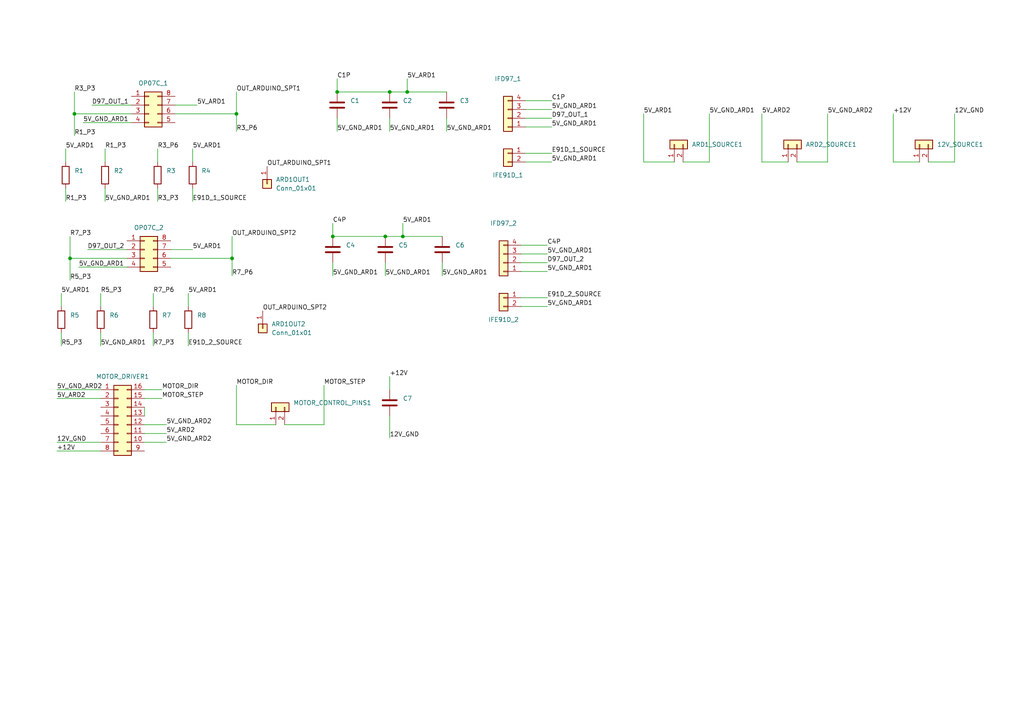
<source format=kicad_sch>
(kicad_sch (version 20230121) (generator eeschema)
  (paper "A4")
  (lib_symbols
    (symbol "Connector_Generic:Conn_01x01" (pin_names (offset 1.016) hide)
      (property "Reference" "J" (at 0 2.54 0))
      (property "Value" "Conn_01x01" (at 0 -2.54 0))
      (symbol "Conn_01x01_1_1"
        (rectangle (start -1.27 0.127) (end 0 -0.127) (stroke (width 0.1524)))
        (rectangle (start -1.27 1.27) (end 1.27 -1.27) (stroke (width 0.254)) (fill (type background)))
        (pin passive line (at -5.08 0 0) (length 3.81) (name "Pin_1") (number "1"))
      )
    )
    (symbol "Connector_Generic:Conn_01x02" (pin_names (offset 1.016) hide)
      (property "Reference" "J" (at 0 2.54 0))
      (property "Value" "Conn_01x02" (at 0 -5.08 0))
      (symbol "Conn_01x02_1_1"
        (rectangle (start -1.27 -2.413) (end 0 -2.667) (stroke (width 0.1524)))
        (rectangle (start -1.27 0.127) (end 0 -0.127) (stroke (width 0.1524)))
        (rectangle (start -1.27 1.27) (end 1.27 -3.81) (stroke (width 0.254)) (fill (type background)))
        (pin passive line (at -5.08 0 0) (length 3.81) (name "Pin_1") (number "1"))
        (pin passive line (at -5.08 -2.54 0) (length 3.81) (name "Pin_2") (number "2"))
      )
    )
    (symbol "Connector_Generic:Conn_01x04" (pin_names (offset 1.016) hide)
      (property "Reference" "J" (at 0 5.08 0))
      (property "Value" "Conn_01x04" (at 0 -7.62 0))
      (symbol "Conn_01x04_1_1"
        (rectangle (start -1.27 -4.953) (end 0 -5.207) (stroke (width 0.1524)))
        (rectangle (start -1.27 -2.413) (end 0 -2.667) (stroke (width 0.1524)))
        (rectangle (start -1.27 0.127) (end 0 -0.127) (stroke (width 0.1524)))
        (rectangle (start -1.27 2.667) (end 0 2.413) (stroke (width 0.1524)))
        (rectangle (start -1.27 3.81) (end 1.27 -6.35) (stroke (width 0.254)) (fill (type background)))
        (pin passive line (at -5.08 2.54 0) (length 3.81) (name "Pin_1") (number "1"))
        (pin passive line (at -5.08 0 0) (length 3.81) (name "Pin_2") (number "2"))
        (pin passive line (at -5.08 -2.54 0) (length 3.81) (name "Pin_3") (number "3"))
        (pin passive line (at -5.08 -5.08 0) (length 3.81) (name "Pin_4") (number "4"))
      )
    )
    (symbol "Connector_Generic:Conn_02x04_Counter_Clockwise" (pin_names (offset 1.016) hide)
      (property "Reference" "J" (at 1.27 5.08 0))
      (property "Value" "Conn_02x04_Counter_Clockwise" (at 1.27 -7.62 0))
      (symbol "Conn_02x04_Counter_Clockwise_1_1"
        (rectangle (start -1.27 -4.953) (end 0 -5.207) (stroke (width 0.1524)))
        (rectangle (start -1.27 -2.413) (end 0 -2.667) (stroke (width 0.1524)))
        (rectangle (start -1.27 0.127) (end 0 -0.127) (stroke (width 0.1524)))
        (rectangle (start -1.27 2.667) (end 0 2.413) (stroke (width 0.1524)))
        (rectangle (start -1.27 3.81) (end 3.81 -6.35) (stroke (width 0.254)) (fill (type background)))
        (rectangle (start 3.81 -4.953) (end 2.54 -5.207) (stroke (width 0.1524)))
        (rectangle (start 3.81 -2.413) (end 2.54 -2.667) (stroke (width 0.1524)))
        (rectangle (start 3.81 0.127) (end 2.54 -0.127) (stroke (width 0.1524)))
        (rectangle (start 3.81 2.667) (end 2.54 2.413) (stroke (width 0.1524)))
        (pin passive line (at -5.08 2.54 0) (length 3.81) (name "Pin_1") (number "1"))
        (pin passive line (at -5.08 0 0) (length 3.81) (name "Pin_2") (number "2"))
        (pin passive line (at -5.08 -2.54 0) (length 3.81) (name "Pin_3") (number "3"))
        (pin passive line (at -5.08 -5.08 0) (length 3.81) (name "Pin_4") (number "4"))
        (pin passive line (at 7.62 -5.08 180) (length 3.81) (name "Pin_5") (number "5"))
        (pin passive line (at 7.62 -2.54 180) (length 3.81) (name "Pin_6") (number "6"))
        (pin passive line (at 7.62 0 180) (length 3.81) (name "Pin_7") (number "7"))
        (pin passive line (at 7.62 2.54 180) (length 3.81) (name "Pin_8") (number "8"))
      )
    )
    (symbol "Connector_Generic:Conn_02x08_Counter_Clockwise" (pin_names (offset 1.016) hide)
      (property "Reference" "J" (at 1.27 10.16 0))
      (property "Value" "Conn_02x08_Counter_Clockwise" (at 1.27 -12.7 0))
      (symbol "Conn_02x08_Counter_Clockwise_1_1"
        (rectangle (start -1.27 -10.033) (end 0 -10.287) (stroke (width 0.1524)))
        (rectangle (start -1.27 -7.493) (end 0 -7.747) (stroke (width 0.1524)))
        (rectangle (start -1.27 -4.953) (end 0 -5.207) (stroke (width 0.1524)))
        (rectangle (start -1.27 -2.413) (end 0 -2.667) (stroke (width 0.1524)))
        (rectangle (start -1.27 0.127) (end 0 -0.127) (stroke (width 0.1524)))
        (rectangle (start -1.27 2.667) (end 0 2.413) (stroke (width 0.1524)))
        (rectangle (start -1.27 5.207) (end 0 4.953) (stroke (width 0.1524)))
        (rectangle (start -1.27 7.747) (end 0 7.493) (stroke (width 0.1524)))
        (rectangle (start -1.27 8.89) (end 3.81 -11.43) (stroke (width 0.254)) (fill (type background)))
        (rectangle (start 3.81 -10.033) (end 2.54 -10.287) (stroke (width 0.1524)))
        (rectangle (start 3.81 -7.493) (end 2.54 -7.747) (stroke (width 0.1524)))
        (rectangle (start 3.81 -4.953) (end 2.54 -5.207) (stroke (width 0.1524)))
        (rectangle (start 3.81 -2.413) (end 2.54 -2.667) (stroke (width 0.1524)))
        (rectangle (start 3.81 0.127) (end 2.54 -0.127) (stroke (width 0.1524)))
        (rectangle (start 3.81 2.667) (end 2.54 2.413) (stroke (width 0.1524)))
        (rectangle (start 3.81 5.207) (end 2.54 4.953) (stroke (width 0.1524)))
        (rectangle (start 3.81 7.747) (end 2.54 7.493) (stroke (width 0.1524)))
        (pin passive line (at -5.08 7.62 0) (length 3.81) (name "Pin_1") (number "1"))
        (pin passive line (at 7.62 -7.62 180) (length 3.81) (name "Pin_10") (number "10"))
        (pin passive line (at 7.62 -5.08 180) (length 3.81) (name "Pin_11") (number "11"))
        (pin passive line (at 7.62 -2.54 180) (length 3.81) (name "Pin_12") (number "12"))
        (pin passive line (at 7.62 0 180) (length 3.81) (name "Pin_13") (number "13"))
        (pin passive line (at 7.62 2.54 180) (length 3.81) (name "Pin_14") (number "14"))
        (pin passive line (at 7.62 5.08 180) (length 3.81) (name "Pin_15") (number "15"))
        (pin passive line (at 7.62 7.62 180) (length 3.81) (name "Pin_16") (number "16"))
        (pin passive line (at -5.08 5.08 0) (length 3.81) (name "Pin_2") (number "2"))
        (pin passive line (at -5.08 2.54 0) (length 3.81) (name "Pin_3") (number "3"))
        (pin passive line (at -5.08 0 0) (length 3.81) (name "Pin_4") (number "4"))
        (pin passive line (at -5.08 -2.54 0) (length 3.81) (name "Pin_5") (number "5"))
        (pin passive line (at -5.08 -5.08 0) (length 3.81) (name "Pin_6") (number "6"))
        (pin passive line (at -5.08 -7.62 0) (length 3.81) (name "Pin_7") (number "7"))
        (pin passive line (at -5.08 -10.16 0) (length 3.81) (name "Pin_8") (number "8"))
        (pin passive line (at 7.62 -10.16 180) (length 3.81) (name "Pin_9") (number "9"))
      )
    )
    (symbol "Device:C" (pin_numbers hide) (pin_names (offset 0.254))
      (property "Reference" "C" (at 0.635 2.54 0))
      (property "Value" "C" (at 0.635 -2.54 0))
      (symbol "C_0_1"
        (polyline (pts (xy -2.032 -0.762) (xy 2.032 -0.762)) (stroke (width 0.508)))
        (polyline (pts (xy -2.032 0.762) (xy 2.032 0.762)) (stroke (width 0.508)))
      )
      (symbol "C_1_1"
        (pin passive line (at 0 3.81 270) (length 2.794) (name "~") (number "1"))
        (pin passive line (at 0 -3.81 90) (length 2.794) (name "~") (number "2"))
      )
    )
    (symbol "Device:R" (pin_numbers hide) (pin_names (offset 0))
      (property "Reference" "R" (at 2.032 0 90))
      (property "Value" "R" (at 0 0 90))
      (symbol "R_0_1"
        (rectangle (start -1.016 -2.54) (end 1.016 2.54) (stroke (width 0.254)))
      )
      (symbol "R_1_1"
        (pin passive line (at 0 3.81 270) (length 1.27) (name "~") (number "1"))
        (pin passive line (at 0 -3.81 90) (length 1.27) (name "~") (number "2"))
      )
    )
  )
  (junction (at 96.52 68.58))
  (junction (at 113.03 26.67))
  (junction (at 97.79 26.67))
  (junction (at 67.31 74.93))
  (junction (at 116.84 68.58))
  (junction (at 118.11 26.67))
  (junction (at 111.76 68.58))
  (junction (at 21.59 33.02))
  (junction (at 20.32 74.93))
  (junction (at 68.58 33.02))
  (wire (pts (xy 20.32 74.93) (xy 36.83 74.93)))
  (wire (pts (xy 113.03 34.29) (xy 113.03 38.1)))
  (wire (pts (xy 21.59 26.67) (xy 21.59 33.02)))
  (wire (pts (xy 41.91 125.73) (xy 48.26 125.73)))
  (wire (pts (xy 151.13 71.12) (xy 158.75 71.12)))
  (wire (pts (xy 17.78 96.52) (xy 17.78 100.33)))
  (wire (pts (xy 118.11 26.67) (xy 129.54 26.67)))
  (wire (pts (xy 25.4 72.39) (xy 36.83 72.39)))
  (wire (pts (xy 128.27 76.2) (xy 128.27 80.01)))
  (wire (pts (xy 231.14 46.99) (xy 240.03 46.99)))
  (wire (pts (xy 41.91 128.27) (xy 48.26 128.27)))
  (wire (pts (xy 44.45 96.52) (xy 44.45 100.33)))
  (wire (pts (xy 24.13 35.56) (xy 38.1 35.56)))
  (wire (pts (xy 50.8 33.02) (xy 68.58 33.02)))
  (wire (pts (xy 82.55 123.19) (xy 93.98 123.19)))
  (wire (pts (xy 55.88 43.18) (xy 55.88 46.99)))
  (wire (pts (xy 41.91 123.19) (xy 48.26 123.19)))
  (wire (pts (xy 96.52 68.58) (xy 111.76 68.58)))
  (wire (pts (xy 205.74 33.02) (xy 205.74 46.99)))
  (wire (pts (xy 54.61 85.09) (xy 54.61 88.9)))
  (wire (pts (xy 240.03 46.99) (xy 240.03 33.02)))
  (wire (pts (xy 19.05 54.61) (xy 19.05 58.42)))
  (wire (pts (xy 16.51 115.57) (xy 29.21 115.57)))
  (wire (pts (xy 97.79 26.67) (xy 113.03 26.67)))
  (wire (pts (xy 93.98 111.76) (xy 93.98 123.19)))
  (wire (pts (xy 16.51 130.81) (xy 29.21 130.81)))
  (wire (pts (xy 152.4 36.83) (xy 160.02 36.83)))
  (wire (pts (xy 151.13 86.36) (xy 158.75 86.36)))
  (wire (pts (xy 220.98 46.99) (xy 228.6 46.99)))
  (wire (pts (xy 67.31 68.58) (xy 67.31 74.93)))
  (wire (pts (xy 22.86 77.47) (xy 36.83 77.47)))
  (wire (pts (xy 259.08 46.99) (xy 259.08 33.02)))
  (wire (pts (xy 97.79 34.29) (xy 97.79 38.1)))
  (wire (pts (xy 45.72 43.18) (xy 45.72 46.99)))
  (wire (pts (xy 151.13 88.9) (xy 158.75 88.9)))
  (wire (pts (xy 186.69 46.99) (xy 195.58 46.99)))
  (wire (pts (xy 29.21 96.52) (xy 29.21 100.33)))
  (wire (pts (xy 68.58 111.76) (xy 68.58 123.19)))
  (wire (pts (xy 68.58 26.67) (xy 68.58 33.02)))
  (wire (pts (xy 113.03 26.67) (xy 118.11 26.67)))
  (wire (pts (xy 152.4 44.45) (xy 160.02 44.45)))
  (wire (pts (xy 152.4 46.99) (xy 160.02 46.99)))
  (wire (pts (xy 16.51 128.27) (xy 29.21 128.27)))
  (wire (pts (xy 41.91 115.57) (xy 46.99 115.57)))
  (wire (pts (xy 151.13 76.2) (xy 158.75 76.2)))
  (wire (pts (xy 151.13 73.66) (xy 158.75 73.66)))
  (wire (pts (xy 29.21 85.09) (xy 29.21 88.9)))
  (wire (pts (xy 19.05 43.18) (xy 19.05 46.99)))
  (wire (pts (xy 152.4 31.75) (xy 160.02 31.75)))
  (wire (pts (xy 152.4 29.21) (xy 160.02 29.21)))
  (wire (pts (xy 21.59 33.02) (xy 21.59 39.37)))
  (wire (pts (xy 186.69 33.02) (xy 186.69 46.99)))
  (wire (pts (xy 26.67 30.48) (xy 38.1 30.48)))
  (wire (pts (xy 259.08 46.99) (xy 266.7 46.99)))
  (wire (pts (xy 30.48 54.61) (xy 30.48 58.42)))
  (wire (pts (xy 68.58 33.02) (xy 68.58 38.1)))
  (wire (pts (xy 21.59 33.02) (xy 38.1 33.02)))
  (wire (pts (xy 129.54 34.29) (xy 129.54 38.1)))
  (wire (pts (xy 49.53 72.39) (xy 55.88 72.39)))
  (wire (pts (xy 67.31 74.93) (xy 67.31 80.01)))
  (wire (pts (xy 41.91 118.11) (xy 41.91 120.65)))
  (wire (pts (xy 55.88 54.61) (xy 55.88 58.42)))
  (wire (pts (xy 41.91 113.03) (xy 46.99 113.03)))
  (wire (pts (xy 49.53 74.93) (xy 67.31 74.93)))
  (wire (pts (xy 113.03 109.22) (xy 113.03 113.03)))
  (wire (pts (xy 116.84 68.58) (xy 128.27 68.58)))
  (wire (pts (xy 16.51 113.03) (xy 29.21 113.03)))
  (wire (pts (xy 50.8 30.48) (xy 57.15 30.48)))
  (wire (pts (xy 220.98 33.02) (xy 220.98 46.99)))
  (wire (pts (xy 20.32 74.93) (xy 20.32 81.28)))
  (wire (pts (xy 151.13 78.74) (xy 158.75 78.74)))
  (wire (pts (xy 97.79 22.86) (xy 97.79 26.67)))
  (wire (pts (xy 44.45 85.09) (xy 44.45 88.9)))
  (wire (pts (xy 20.32 68.58) (xy 20.32 74.93)))
  (wire (pts (xy 111.76 68.58) (xy 116.84 68.58)))
  (wire (pts (xy 152.4 34.29) (xy 160.02 34.29)))
  (wire (pts (xy 68.58 123.19) (xy 80.01 123.19)))
  (wire (pts (xy 116.84 64.77) (xy 116.84 68.58)))
  (wire (pts (xy 17.78 85.09) (xy 17.78 88.9)))
  (wire (pts (xy 54.61 96.52) (xy 54.61 100.33)))
  (wire (pts (xy 198.12 46.99) (xy 205.74 46.99)))
  (wire (pts (xy 118.11 22.86) (xy 118.11 26.67)))
  (wire (pts (xy 45.72 54.61) (xy 45.72 58.42)))
  (wire (pts (xy 30.48 43.18) (xy 30.48 46.99)))
  (wire (pts (xy 113.03 120.65) (xy 113.03 127)))
  (wire (pts (xy 269.24 46.99) (xy 276.86 46.99)))
  (wire (pts (xy 276.86 33.02) (xy 276.86 46.99)))
  (wire (pts (xy 96.52 64.77) (xy 96.52 68.58)))
  (wire (pts (xy 96.52 76.2) (xy 96.52 80.01)))
  (wire (pts (xy 111.76 76.2) (xy 111.76 80.01)))
  (label "+12V" (at 259.08 33.02 0))
  (label "5V_ARD1" (at 55.88 72.39 0))
  (label "5V_GND_ARD1" (at 97.79 38.1 0))
  (label "5V_GND_ARD1" (at 205.74 33.02 0))
  (label "C4P" (at 158.75 71.12 0))
  (label "5V_ARD1" (at 57.15 30.48 0))
  (label "OUT_ARDUINO_SPT2" (at 67.31 68.58 0))
  (label "D97_OUT_1" (at 160.02 34.29 0))
  (label "5V_GND_ARD2" (at 240.03 33.02 0))
  (label "E91D_2_SOURCE" (at 158.75 86.36 0))
  (label "12V_GND" (at 113.03 127 0))
  (label "5V_ARD1" (at 118.11 22.86 0))
  (label "5V_GND_ARD1" (at 129.54 38.1 0))
  (label "12V_GND" (at 16.51 128.27 0))
  (label "R1_P3" (at 30.48 43.18 0))
  (label "5V_GND_ARD1" (at 113.03 38.1 0))
  (label "MOTOR_STEP" (at 93.98 111.76 0))
  (label "5V_ARD1" (at 54.61 85.09 0))
  (label "+12V" (at 16.51 130.81 0))
  (label "OUT_ARDUINO_SPT2" (at 76.2 90.17 0))
  (label "5V_GND_ARD1" (at 30.48 58.42 0))
  (label "5V_GND_ARD1" (at 111.76 80.01 0))
  (label "C1P" (at 160.02 29.21 0))
  (label "OUT_ARDUINO_SPT1" (at 68.58 26.67 0))
  (label "5V_GND_ARD2" (at 16.51 113.03 0))
  (label "R1_P3" (at 21.59 39.37 0))
  (label "R3_P6" (at 68.58 38.1 0))
  (label "OUT_ARDUINO_SPT1" (at 77.47 48.26 0))
  (label "MOTOR_STEP" (at 46.99 115.57 0))
  (label "C4P" (at 96.52 64.77 0))
  (label "5V_ARD2" (at 220.98 33.02 0))
  (label "D97_OUT_1" (at 26.67 30.48 0))
  (label "D97_OUT_2" (at 25.4 72.39 0))
  (label "5V_GND_ARD1" (at 22.86 77.47 0))
  (label "R3_P6" (at 45.72 43.18 0))
  (label "12V_GND" (at 276.86 33.02 0))
  (label "5V_ARD2" (at 48.26 125.73 0))
  (label "5V_GND_ARD1" (at 160.02 46.99 0))
  (label "R7_P3" (at 44.45 100.33 0))
  (label "5V_ARD1" (at 186.69 33.02 0))
  (label "R7_P3" (at 20.32 68.58 0))
  (label "5V_GND_ARD1" (at 24.13 35.56 0))
  (label "5V_ARD1" (at 17.78 85.09 0))
  (label "5V_GND_ARD1" (at 160.02 36.83 0))
  (label "R3_P3" (at 21.59 26.67 0))
  (label "E91D_2_SOURCE" (at 54.61 100.33 0))
  (label "R5_P3" (at 20.32 81.28 0))
  (label "C1P" (at 97.79 22.86 0))
  (label "D97_OUT_2" (at 158.75 76.2 0))
  (label "R7_P6" (at 67.31 80.01 0))
  (label "E91D_1_SOURCE" (at 160.02 44.45 0))
  (label "5V_GND_ARD2" (at 48.26 123.19 0))
  (label "5V_GND_ARD1" (at 160.02 31.75 0))
  (label "5V_ARD1" (at 19.05 43.18 0))
  (label "+12V" (at 113.03 109.22 0))
  (label "MOTOR_DIR" (at 68.58 111.76 0))
  (label "5V_GND_ARD1" (at 96.52 80.01 0))
  (label "E91D_1_SOURCE" (at 55.88 58.42 0))
  (label "5V_GND_ARD1" (at 128.27 80.01 0))
  (label "5V_ARD2" (at 16.51 115.57 0))
  (label "5V_GND_ARD2" (at 48.26 128.27 0))
  (label "R3_P3" (at 45.72 58.42 0))
  (label "R1_P3" (at 19.05 58.42 0))
  (label "5V_ARD1" (at 116.84 64.77 0))
  (label "R5_P3" (at 17.78 100.33 0))
  (label "5V_GND_ARD1" (at 158.75 73.66 0))
  (label "5V_GND_ARD1" (at 158.75 78.74 0))
  (label "MOTOR_DIR" (at 46.99 113.03 0))
  (label "5V_GND_ARD1" (at 29.21 100.33 0))
  (label "R7_P6" (at 44.45 85.09 0))
  (label "5V_GND_ARD1" (at 158.75 88.9 0))
  (label "R5_P3" (at 29.21 85.09 0))
  (label "5V_ARD1" (at 55.88 43.18 0))
  (symbol (lib_id "Device:R") (at 17.78 92.71 0) (unit 1)
    (property "Reference" "R5" (at 20.32 91.44 0) (effects (justify left)))
    (property "Value" "R" (effects hide))
    (property "Footprint" "Resistor_THT:R_Axial_DIN0207_L6.3mm_D2.5mm_P7.62mm_Horizontal" (effects hide))
  )
  (symbol (lib_id "Connector_Generic:Conn_01x01") (at 76.2 95.25 270) (unit 1)
    (property "Reference" "ARD1OUT2" (at 78.74 93.98 90) (effects (justify left)))
    (property "Value" "Conn_01x01" (at 78.74 96.52 90) (effects (justify left)))
    (property "Footprint" "Final_PCB_Footprint:ARD_OUT" (effects hide))
  )
  (symbol (lib_id "Device:C") (at 96.52 72.39 0) (unit 1)
    (property "Reference" "C4" (at 100.33 71.12 0) (effects (justify left)))
    (property "Value" "C" (effects hide))
    (property "Footprint" "Resistor_THT:R_Axial_DIN0204_L3.6mm_D1.6mm_P7.62mm_Horizontal" (effects hide))
  )
  (symbol (lib_id "Connector_Generic:Conn_01x04") (at 146.05 76.2 180) (unit 1)
    (property "Reference" "IFD97_2" (at 146.05 64.77 0))
    (property "Value" "Conn_01x04" (effects hide))
    (property "Footprint" "Final_PCB_Footprint:IFD97" (effects hide))
  )
  (symbol (lib_id "Connector_Generic:Conn_01x02") (at 266.7 41.91 90) (unit 1)
    (property "Reference" "12V_SOURCE1" (at 271.78 41.91 90) (effects (justify right)))
    (property "Value" "Conn_01x02" (effects hide))
    (property "Footprint" "Resistor_THT:R_Axial_DIN0204_L3.6mm_D1.6mm_P5.08mm_Vertical" (effects hide))
  )
  (symbol (lib_id "Device:R") (at 30.48 50.8 0) (unit 1)
    (property "Reference" "R2" (at 33.02 49.53 0) (effects (justify left)))
    (property "Value" "R" (effects hide))
    (property "Footprint" "Resistor_THT:R_Axial_DIN0207_L6.3mm_D2.5mm_P7.62mm_Horizontal" (effects hide))
  )
  (symbol (lib_id "Device:C") (at 97.79 30.48 0) (unit 1)
    (property "Reference" "C1" (at 101.6 29.21 0) (effects (justify left)))
    (property "Value" "C" (effects hide))
    (property "Footprint" "Resistor_THT:R_Axial_DIN0204_L3.6mm_D1.6mm_P7.62mm_Horizontal" (effects hide))
  )
  (symbol (lib_id "Connector_Generic:Conn_01x01") (at 77.47 53.34 270) (unit 1)
    (property "Reference" "ARD1OUT1" (at 80.01 52.07 90) (effects (justify left)))
    (property "Value" "Conn_01x01" (at 80.01 54.61 90) (effects (justify left)))
    (property "Footprint" "Final_PCB_Footprint:ARD_OUT" (effects hide))
  )
  (symbol (lib_id "Device:R") (at 29.21 92.71 0) (unit 1)
    (property "Reference" "R6" (at 31.75 91.44 0) (effects (justify left)))
    (property "Value" "R" (effects hide))
    (property "Footprint" "Resistor_THT:R_Axial_DIN0207_L6.3mm_D2.5mm_P7.62mm_Horizontal" (effects hide))
  )
  (symbol (lib_id "Device:C") (at 111.76 72.39 0) (unit 1)
    (property "Reference" "C5" (at 115.57 71.12 0) (effects (justify left)))
    (property "Value" "C" (effects hide))
    (property "Footprint" "Resistor_THT:R_Axial_DIN0207_L6.3mm_D2.5mm_P7.62mm_Horizontal" (effects hide))
  )
  (symbol (lib_id "Connector_Generic:Conn_01x02") (at 146.05 86.36 0) (mirror y) (unit 1)
    (property "Reference" "IFE91D_2" (at 146.05 92.71 0))
    (property "Value" "Conn_01x02" (effects hide))
    (property "Footprint" "Resistor_THT:R_Axial_DIN0204_L3.6mm_D1.6mm_P2.54mm_Vertical" (effects hide))
  )
  (symbol (lib_id "Connector_Generic:Conn_01x04") (at 147.32 34.29 180) (unit 1)
    (property "Reference" "IFD97_1" (at 147.32 22.86 0))
    (property "Value" "Conn_01x04" (effects hide))
    (property "Footprint" "Final_PCB_Footprint:IFD97" (effects hide))
  )
  (symbol (lib_id "Device:C") (at 128.27 72.39 0) (unit 1)
    (property "Reference" "C6" (at 132.08 71.12 0) (effects (justify left)))
    (property "Value" "C" (effects hide))
    (property "Footprint" "Resistor_THT:R_Axial_DIN0207_L6.3mm_D2.5mm_P7.62mm_Horizontal" (effects hide))
  )
  (symbol (lib_id "Connector_Generic:Conn_02x08_Counter_Clockwise") (at 34.29 120.65 0) (unit 1)
    (property "Reference" "MOTOR_DRIVER1" (at 35.56 109.22 0))
    (property "Value" "Conn_02x08_Counter_Clockwise" (effects hide))
    (property "Footprint" "Final_PCB_Footprint:Motor_Driver_A4988" (effects hide))
  )
  (symbol (lib_id "Device:R") (at 45.72 50.8 0) (unit 1)
    (property "Reference" "R3" (at 48.26 49.53 0) (effects (justify left)))
    (property "Value" "R" (effects hide))
    (property "Footprint" "Resistor_THT:R_Axial_DIN0207_L6.3mm_D2.5mm_P7.62mm_Horizontal" (effects hide))
  )
  (symbol (lib_id "Device:C") (at 129.54 30.48 0) (unit 1)
    (property "Reference" "C3" (at 133.35 29.21 0) (effects (justify left)))
    (property "Value" "C" (effects hide))
    (property "Footprint" "Resistor_THT:R_Axial_DIN0204_L3.6mm_D1.6mm_P7.62mm_Horizontal" (effects hide))
  )
  (symbol (lib_id "Connector_Generic:Conn_02x04_Counter_Clockwise") (at 41.91 72.39 0) (unit 1)
    (property "Reference" "OP07C_2" (at 43.18 66.04 0))
    (property "Value" "Conn_02x04_Counter_Clockwise" (effects hide))
    (property "Footprint" "Package_DIP:DIP-8_W7.62mm" (effects hide))
  )
  (symbol (lib_id "Device:R") (at 54.61 92.71 0) (unit 1)
    (property "Reference" "R8" (at 57.15 91.44 0) (effects (justify left)))
    (property "Value" "R" (effects hide))
    (property "Footprint" "Resistor_THT:R_Axial_DIN0207_L6.3mm_D2.5mm_P7.62mm_Horizontal" (effects hide))
  )
  (symbol (lib_id "Device:R") (at 19.05 50.8 0) (unit 1)
    (property "Reference" "R1" (at 21.59 49.53 0) (effects (justify left)))
    (property "Value" "R" (effects hide))
    (property "Footprint" "Resistor_THT:R_Axial_DIN0207_L6.3mm_D2.5mm_P7.62mm_Horizontal" (effects hide))
  )
  (symbol (lib_id "Connector_Generic:Conn_01x02") (at 228.6 41.91 90) (unit 1)
    (property "Reference" "ARD2_SOURCE1" (at 233.68 41.91 90) (effects (justify right)))
    (property "Value" "Conn_01x02" (effects hide))
    (property "Footprint" "Resistor_THT:R_Axial_DIN0204_L3.6mm_D1.6mm_P5.08mm_Vertical" (effects hide))
  )
  (symbol (lib_id "Device:R") (at 44.45 92.71 0) (unit 1)
    (property "Reference" "R7" (at 46.99 91.44 0) (effects (justify left)))
    (property "Value" "R" (effects hide))
    (property "Footprint" "Resistor_THT:R_Axial_DIN0207_L6.3mm_D2.5mm_P7.62mm_Horizontal" (effects hide))
  )
  (symbol (lib_id "Connector_Generic:Conn_01x02") (at 80.01 118.11 90) (unit 1)
    (property "Reference" "MOTOR_CONTROL_PINS1" (at 85.09 116.84 90) (effects (justify right)))
    (property "Value" "Conn_01x02" (effects hide))
    (property "Footprint" "Resistor_THT:R_Axial_DIN0207_L6.3mm_D2.5mm_P5.08mm_Vertical" (effects hide))
  )
  (symbol (lib_id "Connector_Generic:Conn_01x02") (at 195.58 41.91 90) (unit 1)
    (property "Reference" "ARD1_SOURCE1" (at 200.66 41.91 90) (effects (justify right)))
    (property "Value" "Conn_01x02" (effects hide))
    (property "Footprint" "Resistor_THT:R_Axial_DIN0204_L3.6mm_D1.6mm_P5.08mm_Vertical" (effects hide))
  )
  (symbol (lib_id "Connector_Generic:Conn_01x02") (at 147.32 44.45 0) (mirror y) (unit 1)
    (property "Reference" "IFE91D_1" (at 147.32 50.8 0))
    (property "Value" "Conn_01x02" (effects hide))
    (property "Footprint" "Resistor_THT:R_Axial_DIN0204_L3.6mm_D1.6mm_P2.54mm_Vertical" (effects hide))
  )
  (symbol (lib_id "Connector_Generic:Conn_02x04_Counter_Clockwise") (at 43.18 30.48 0) (unit 1)
    (property "Reference" "OP07C_1" (at 44.45 24.13 0))
    (property "Value" "Conn_02x04_Counter_Clockwise" (effects hide))
    (property "Footprint" "Package_DIP:DIP-8_W7.62mm" (effects hide))
  )
  (symbol (lib_id "Device:R") (at 55.88 50.8 0) (unit 1)
    (property "Reference" "R4" (at 58.42 49.53 0) (effects (justify left)))
    (property "Value" "R" (effects hide))
    (property "Footprint" "Resistor_THT:R_Axial_DIN0207_L6.3mm_D2.5mm_P7.62mm_Horizontal" (effects hide))
  )
  (symbol (lib_id "Device:C") (at 113.03 30.48 0) (unit 1)
    (property "Reference" "C2" (at 116.84 29.21 0) (effects (justify left)))
    (property "Value" "C" (effects hide))
    (property "Footprint" "Resistor_THT:R_Axial_DIN0204_L3.6mm_D1.6mm_P7.62mm_Horizontal" (effects hide))
  )
  (symbol (lib_id "Device:C") (at 113.03 116.84 0) (unit 1)
    (property "Reference" "C7" (at 116.84 115.57 0) (effects (justify left)))
    (property "Value" "C" (effects hide))
    (property "Footprint" "Resistor_THT:R_Axial_DIN0204_L3.6mm_D1.6mm_P7.62mm_Horizontal" (effects hide))
  )
)
</source>
